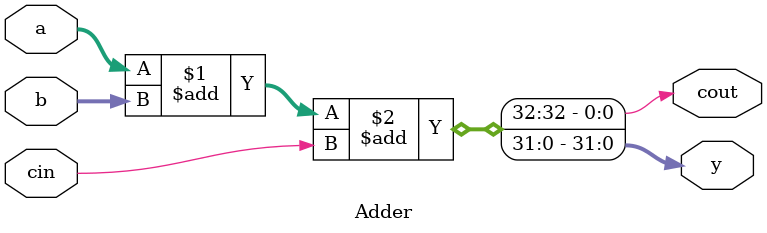
<source format=v>
`timescale 1ns / 1ps


module Adder(
        input cin,
        input [31:0]a,b,
        output [31:0]y,
        output cout
    );
    assign {cout,y} = a+b+cin;
endmodule

</source>
